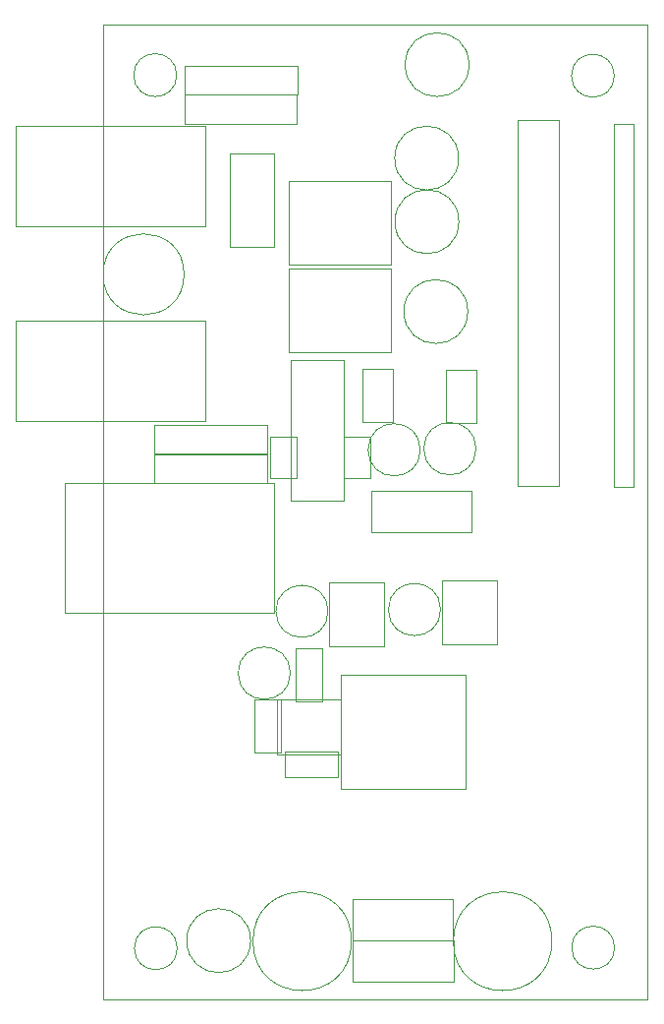
<source format=gbr>
%TF.GenerationSoftware,KiCad,Pcbnew,7.0.1*%
%TF.CreationDate,2023-09-27T13:21:01+00:00*%
%TF.ProjectId,SI4735,53493437-3335-42e6-9b69-6361645f7063,rev?*%
%TF.SameCoordinates,Original*%
%TF.FileFunction,Other,User*%
%FSLAX45Y45*%
G04 Gerber Fmt 4.5, Leading zero omitted, Abs format (unit mm)*
G04 Created by KiCad (PCBNEW 7.0.1) date 2023-09-27 13:21:01*
%MOMM*%
%LPD*%
G01*
G04 APERTURE LIST*
%ADD10C,0.050000*%
%TA.AperFunction,Profile*%
%ADD11C,0.050000*%
%TD*%
%TA.AperFunction,Profile*%
%ADD12C,0.100000*%
%TD*%
G04 APERTURE END LIST*
D10*
%TO.C,L1*%
X13972500Y-9042500D02*
X13592500Y-9042500D01*
X13592500Y-9042500D02*
X13592500Y-9846500D01*
X13972500Y-9846500D02*
X13972500Y-9042500D01*
X13592500Y-9846500D02*
X13972500Y-9846500D01*
%TO.C,C7*%
X15641989Y-10400000D02*
G75*
G03*
X15641989Y-10400000I-275000J0D01*
G01*
%TO.C,Q3*%
X14448250Y-13280000D02*
X14922250Y-13280000D01*
X14448250Y-13280000D02*
X14448250Y-12734000D01*
X14922250Y-12734000D02*
X14922250Y-13280000D01*
X14922250Y-12734000D02*
X14448250Y-12734000D01*
%TO.C,J4*%
X14649800Y-15816210D02*
X14649800Y-15461210D01*
X15514800Y-15816210D02*
X14649800Y-15816210D01*
X14649800Y-15461210D02*
X15514800Y-15461210D01*
X15514800Y-15461210D02*
X15514800Y-15816210D01*
%TO.C,D4*%
X13912500Y-11876500D02*
X13912500Y-11626500D01*
X13912500Y-11626500D02*
X12940500Y-11626500D01*
X12940500Y-11876500D02*
X13912500Y-11876500D01*
X12940500Y-11626500D02*
X12940500Y-11876500D01*
%TO.C,Q2*%
X15422000Y-13262260D02*
X15896000Y-13262260D01*
X15422000Y-13262260D02*
X15422000Y-12716260D01*
X15896000Y-12716260D02*
X15896000Y-13262260D01*
X15896000Y-12716260D02*
X15422000Y-12716260D01*
%TO.C,J3*%
X11749000Y-9664000D02*
X13379000Y-9664000D01*
X11749000Y-9664000D02*
X11749000Y-8804000D01*
X13379000Y-8804000D02*
X13379000Y-9664000D01*
X13379000Y-8804000D02*
X11749000Y-8804000D01*
%TO.C,J2*%
X15517300Y-15813710D02*
X15517300Y-16168710D01*
X14652300Y-15813710D02*
X15517300Y-15813710D01*
X15517300Y-16168710D02*
X14652300Y-16168710D01*
X14652300Y-16168710D02*
X14652300Y-15813710D01*
%TO.C,U4*%
X14550480Y-14507100D02*
X15620480Y-14507100D01*
X15620480Y-14507100D02*
X15620480Y-13527100D01*
X14550480Y-13527100D02*
X14550480Y-14507100D01*
X15620480Y-13527100D02*
X14550480Y-13527100D01*
%TO.C,C21*%
X14995000Y-10890000D02*
X14735000Y-10890000D01*
X14735000Y-10890000D02*
X14735000Y-11350000D01*
X14995000Y-11350000D02*
X14995000Y-10890000D01*
X14735000Y-11350000D02*
X14995000Y-11350000D01*
%TO.C,J1*%
X16070920Y-8753180D02*
X16425920Y-8753180D01*
X16070920Y-11903180D02*
X16070920Y-8753180D01*
X16425920Y-8753180D02*
X16425920Y-11903180D01*
X16425920Y-11903180D02*
X16070920Y-11903180D01*
%TO.C,C16*%
X13770000Y-15815000D02*
G75*
G03*
X13770000Y-15815000I-275000J0D01*
G01*
%TO.C,J10*%
X12170000Y-12997500D02*
X12170000Y-11877500D01*
X13970000Y-12997500D02*
X12170000Y-12997500D01*
X12170000Y-11877500D02*
X13970000Y-11877500D01*
X13970000Y-11877500D02*
X13970000Y-12997500D01*
%TO.C,C1*%
X15652500Y-8275000D02*
G75*
G03*
X15652500Y-8275000I-275000J0D01*
G01*
%TO.C,C20*%
X14437500Y-12980000D02*
G75*
G03*
X14437500Y-12980000I-225000J0D01*
G01*
%TO.C,C18*%
X15712500Y-11580000D02*
G75*
G03*
X15712500Y-11580000I-225000J0D01*
G01*
%TO.C,C11*%
X16367500Y-15820000D02*
G75*
G03*
X16367500Y-15820000I-425000J0D01*
G01*
%TO.C,C12*%
X14640000Y-15819700D02*
G75*
G03*
X14640000Y-15819700I-425000J0D01*
G01*
%TO.C,R8*%
X14520430Y-14410320D02*
X14064430Y-14410320D01*
X14520430Y-14186320D02*
X14520430Y-14410320D01*
X14064430Y-14410320D02*
X14064430Y-14186320D01*
X14064430Y-14186320D02*
X14520430Y-14186320D01*
%TO.C,C19*%
X15407500Y-12964760D02*
G75*
G03*
X15407500Y-12964760I-225000J0D01*
G01*
%TO.C,C14*%
X14112500Y-13512120D02*
G75*
G03*
X14112500Y-13512120I-225000J0D01*
G01*
%TO.C,C8*%
X15565000Y-9627000D02*
G75*
G03*
X15565000Y-9627000I-275000J0D01*
G01*
%TO.C,J7*%
X14812000Y-12300000D02*
X14812000Y-11945000D01*
X15677000Y-12300000D02*
X14812000Y-12300000D01*
X14812000Y-11945000D02*
X15677000Y-11945000D01*
X15677000Y-11945000D02*
X15677000Y-12300000D01*
%TO.C,U1*%
X14982500Y-10750000D02*
X14982500Y-10030000D01*
X14982500Y-10030000D02*
X14102500Y-10030000D01*
X14102500Y-10750000D02*
X14982500Y-10750000D01*
X14102500Y-10030000D02*
X14102500Y-10750000D01*
%TO.C,D3*%
X12939500Y-11374000D02*
X12939500Y-11624000D01*
X12939500Y-11624000D02*
X13911500Y-11624000D01*
X13911500Y-11374000D02*
X12939500Y-11374000D01*
X13911500Y-11624000D02*
X13911500Y-11374000D01*
%TO.C,Q1*%
X14546580Y-14210240D02*
X14546580Y-13736240D01*
X14546580Y-14210240D02*
X14000580Y-14210240D01*
X14000580Y-13736240D02*
X14546580Y-13736240D01*
X14000580Y-13736240D02*
X14000580Y-14210240D01*
%TO.C,L2*%
X13196500Y-10080000D02*
G75*
G03*
X13196500Y-10080000I-349000J0D01*
G01*
%TO.C,C17*%
X15712500Y-10902500D02*
X15452500Y-10902500D01*
X15452500Y-10902500D02*
X15452500Y-11362500D01*
X15712500Y-11362500D02*
X15712500Y-10902500D01*
X15452500Y-11362500D02*
X15712500Y-11362500D01*
%TO.C,C5*%
X15562000Y-9079511D02*
G75*
G03*
X15562000Y-9079511I-275000J0D01*
G01*
%TO.C,Y1*%
X14120000Y-10816000D02*
X14120000Y-12026000D01*
X14120000Y-12026000D02*
X14570000Y-12026000D01*
X14570000Y-10816000D02*
X14120000Y-10816000D01*
X14570000Y-12026000D02*
X14570000Y-10816000D01*
%TO.C,D1*%
X14169500Y-8785000D02*
X14169500Y-8535000D01*
X14169500Y-8535000D02*
X13197500Y-8535000D01*
X13197500Y-8785000D02*
X14169500Y-8785000D01*
X13197500Y-8535000D02*
X13197500Y-8785000D01*
%TO.C,J8*%
X13935000Y-11832500D02*
X13935000Y-11477500D01*
X14165000Y-11832500D02*
X13935000Y-11832500D01*
X13935000Y-11477500D02*
X14165000Y-11477500D01*
X14165000Y-11477500D02*
X14165000Y-11832500D01*
%TO.C,J9*%
X14575000Y-11830000D02*
X14575000Y-11475000D01*
X14805000Y-11830000D02*
X14575000Y-11830000D01*
X14575000Y-11475000D02*
X14805000Y-11475000D01*
X14805000Y-11475000D02*
X14805000Y-11830000D01*
%TO.C,R14*%
X14385580Y-13298830D02*
X14385580Y-13754830D01*
X14161580Y-13298830D02*
X14385580Y-13298830D01*
X14385580Y-13754830D02*
X14161580Y-13754830D01*
X14161580Y-13754830D02*
X14161580Y-13298830D01*
%TO.C,D2*%
X13199000Y-8285000D02*
X13199000Y-8535000D01*
X13199000Y-8535000D02*
X14171000Y-8535000D01*
X14171000Y-8285000D02*
X13199000Y-8285000D01*
X14171000Y-8535000D02*
X14171000Y-8285000D01*
%TO.C,J5*%
X11748500Y-11341000D02*
X13378500Y-11341000D01*
X11748500Y-11341000D02*
X11748500Y-10481000D01*
X13378500Y-10481000D02*
X13378500Y-11341000D01*
X13378500Y-10481000D02*
X11748500Y-10481000D01*
%TO.C,U2*%
X14982500Y-9997500D02*
X14982500Y-9277500D01*
X14982500Y-9277500D02*
X14102500Y-9277500D01*
X14102500Y-9997500D02*
X14982500Y-9997500D01*
X14102500Y-9277500D02*
X14102500Y-9997500D01*
%TO.C,C22*%
X15232500Y-11589760D02*
G75*
G03*
X15232500Y-11589760I-225000J0D01*
G01*
%TO.C,R15*%
X13803000Y-14191750D02*
X13803000Y-13735750D01*
X14027000Y-14191750D02*
X13803000Y-14191750D01*
X13803000Y-13735750D02*
X14027000Y-13735750D01*
X14027000Y-13735750D02*
X14027000Y-14191750D01*
%TD*%
D11*
X16904814Y-8370000D02*
G75*
G03*
X16904814Y-8370000I-184814J0D01*
G01*
X13132314Y-8365000D02*
G75*
G03*
X13132314Y-8365000I-184814J0D01*
G01*
X13137500Y-15880000D02*
G75*
G03*
X13137500Y-15880000I-184814J0D01*
G01*
X16905000Y-8787500D02*
X17070000Y-8787500D01*
X17070000Y-11907500D01*
X16905000Y-11907500D01*
X16905000Y-8787500D01*
X16907314Y-15875000D02*
G75*
G03*
X16907314Y-15875000I-184814J0D01*
G01*
X12496500Y-7931500D02*
X17192500Y-7931500D01*
X17192500Y-16320000D01*
X12496500Y-16320000D01*
X12496500Y-7931500D01*
D12*
%TO.C,J3*%
X12499000Y-8804000D02*
X12499000Y-9664000D01*
%TO.C,J5*%
X12498500Y-10481000D02*
X12498500Y-11341000D01*
%TD*%
M02*

</source>
